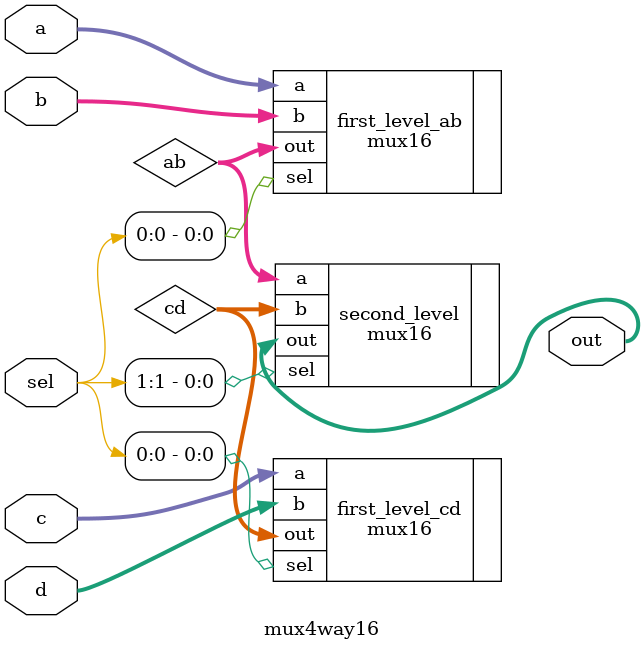
<source format=v>

`timescale 1ns / 1ps

module mux4way16 (
    input  wire [15:0] a,   // Input A - 16-bit data (selected when sel=00)
    input  wire [15:0] b,   // Input B - 16-bit data (selected when sel=01)
    input  wire [15:0] c,   // Input C - 16-bit data (selected when sel=10)
    input  wire [15:0] d,   // Input D - 16-bit data (selected when sel=11)
    input  wire [1:0] sel,  // 2-bit select signal (sel[1]=MSB, sel[0]=LSB)
    output wire [15:0] out  // 16-bit output - selected input based on sel
);

    // Internal signals for hierarchical selection
    wire [15:0] ab;         // First level output (a or b based on sel[0])
    wire [15:0] cd;         // First level output (c or d based on sel[0])

    // Stage 1a: First Level Mux - Select between a and b based on LSB (sel[0])
    // sel[0]=0: ab = a, sel[0]=1: ab = b
    mux16 first_level_ab (
        .a  (a),            // Input A (16-bit)
        .b  (b),            // Input B (16-bit)
        .sel(sel[0]),       // LSB selector
        .out(ab)            // Output ab = a or b
    );

    // Stage 1b: First Level Mux - Select between c and d based on LSB (sel[0])
    // sel[0]=0: cd = c, sel[0]=1: cd = d
    mux16 first_level_cd (
        .a  (c),            // Input C (16-bit)
        .b  (d),            // Input D (16-bit)
        .sel(sel[0]),       // LSB selector
        .out(cd)            // Output cd = c or d
    );

    // Stage 2: Second Level Mux - Select between ab and cd based on MSB (sel[1])
    // sel[1]=0: out = ab (a or b), sel[1]=1: out = cd (c or d)
    mux16 second_level (
        .a  (ab),           // Input ab from first level
        .b  (cd),           // Input cd from first level
        .sel(sel[1]),       // MSB selector
        .out(out)           // Final 16-bit output
    );

    // Truth Table Summary:
    // sel[1:0] = 00 -> out = a
    // sel[1:0] = 01 -> out = b
    // sel[1:0] = 10 -> out = c
    // sel[1:0] = 11 -> out = d

endmodule
</source>
